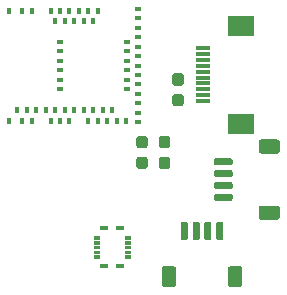
<source format=gbr>
G04 #@! TF.GenerationSoftware,KiCad,Pcbnew,(5.0.0-rc2-200-g1f6f76beb)*
G04 #@! TF.CreationDate,2020-02-24T22:29:36-05:00*
G04 #@! TF.ProjectId,watch-logic,77617463682D6C6F6769632E6B696361,rev?*
G04 #@! TF.SameCoordinates,Original*
G04 #@! TF.FileFunction,Paste,Bot*
G04 #@! TF.FilePolarity,Positive*
%FSLAX46Y46*%
G04 Gerber Fmt 4.6, Leading zero omitted, Abs format (unit mm)*
G04 Created by KiCad (PCBNEW (5.0.0-rc2-200-g1f6f76beb)) date Mon Feb 24 22:29:36 2020*
%MOMM*%
%LPD*%
G01*
G04 APERTURE LIST*
%ADD10C,0.010000*%
%ADD11C,0.100000*%
%ADD12C,0.950000*%
%ADD13C,1.200000*%
%ADD14C,0.600000*%
%ADD15R,2.200000X1.800000*%
%ADD16R,1.300000X0.300000*%
%ADD17R,0.655000X0.450000*%
%ADD18R,0.400000X0.600000*%
%ADD19R,0.600000X0.400000*%
G04 APERTURE END LIST*
D10*
G04 #@! TO.C,P1*
G36*
X174855000Y-133450078D02*
X174855000Y-133250000D01*
X174445860Y-133250000D01*
X174445860Y-133450078D01*
X174855000Y-133450078D01*
G37*
X174855000Y-133450078D02*
X174855000Y-133250000D01*
X174445860Y-133250000D01*
X174445860Y-133450078D01*
X174855000Y-133450078D01*
G36*
X174855000Y-133049541D02*
X174855000Y-132850000D01*
X174446670Y-132850000D01*
X174446670Y-133049541D01*
X174855000Y-133049541D01*
G37*
X174855000Y-133049541D02*
X174855000Y-132850000D01*
X174446670Y-132850000D01*
X174446670Y-133049541D01*
X174855000Y-133049541D01*
G36*
X174855000Y-133850103D02*
X174855000Y-133650000D01*
X174445230Y-133650000D01*
X174445230Y-133850103D01*
X174855000Y-133850103D01*
G37*
X174855000Y-133850103D02*
X174855000Y-133650000D01*
X174445230Y-133650000D01*
X174445230Y-133850103D01*
X174855000Y-133850103D01*
G36*
X174855000Y-134250100D02*
X174855000Y-134050000D01*
X174445120Y-134050000D01*
X174445120Y-134250100D01*
X174855000Y-134250100D01*
G37*
X174855000Y-134250100D02*
X174855000Y-134050000D01*
X174445120Y-134050000D01*
X174445120Y-134250100D01*
X174855000Y-134250100D01*
G36*
X174855000Y-132648706D02*
X174855000Y-132450000D01*
X174447010Y-132450000D01*
X174447010Y-132648706D01*
X174855000Y-132648706D01*
G37*
X174855000Y-132648706D02*
X174855000Y-132450000D01*
X174447010Y-132450000D01*
X174447010Y-132648706D01*
X174855000Y-132648706D01*
G36*
X172265000Y-133450100D02*
X172265000Y-133250000D01*
X171853520Y-133250000D01*
X171853520Y-133450100D01*
X172265000Y-133450100D01*
G37*
X172265000Y-133450100D02*
X172265000Y-133250000D01*
X171853520Y-133250000D01*
X171853520Y-133450100D01*
X172265000Y-133450100D01*
G36*
X172265000Y-133049850D02*
X172265000Y-132850000D01*
X171854250Y-132850000D01*
X171854250Y-133049850D01*
X172265000Y-133049850D01*
G37*
X172265000Y-133049850D02*
X172265000Y-132850000D01*
X171854250Y-132850000D01*
X171854250Y-133049850D01*
X172265000Y-133049850D01*
G36*
X172265000Y-133850606D02*
X172265000Y-133650000D01*
X171853180Y-133650000D01*
X171853180Y-133850606D01*
X172265000Y-133850606D01*
G37*
X172265000Y-133850606D02*
X172265000Y-133650000D01*
X171853180Y-133650000D01*
X171853180Y-133850606D01*
X172265000Y-133850606D01*
G36*
X172265000Y-134250094D02*
X172265000Y-134050000D01*
X171854840Y-134050000D01*
X171854840Y-134250094D01*
X172265000Y-134250094D01*
G37*
X172265000Y-134250094D02*
X172265000Y-134050000D01*
X171854840Y-134050000D01*
X171854840Y-134250094D01*
X172265000Y-134250094D01*
G36*
X172265000Y-132649106D02*
X172265000Y-132450000D01*
X171853090Y-132450000D01*
X171853090Y-132649106D01*
X172265000Y-132649106D01*
G37*
X172265000Y-132649106D02*
X172265000Y-132450000D01*
X171853090Y-132450000D01*
X171853090Y-132649106D01*
X172265000Y-132649106D01*
G04 #@! TD*
D11*
G04 #@! TO.C,C2*
G36*
X179203779Y-118630144D02*
X179226834Y-118633563D01*
X179249443Y-118639227D01*
X179271387Y-118647079D01*
X179292457Y-118657044D01*
X179312448Y-118669026D01*
X179331168Y-118682910D01*
X179348438Y-118698562D01*
X179364090Y-118715832D01*
X179377974Y-118734552D01*
X179389956Y-118754543D01*
X179399921Y-118775613D01*
X179407773Y-118797557D01*
X179413437Y-118820166D01*
X179416856Y-118843221D01*
X179418000Y-118866500D01*
X179418000Y-119441500D01*
X179416856Y-119464779D01*
X179413437Y-119487834D01*
X179407773Y-119510443D01*
X179399921Y-119532387D01*
X179389956Y-119553457D01*
X179377974Y-119573448D01*
X179364090Y-119592168D01*
X179348438Y-119609438D01*
X179331168Y-119625090D01*
X179312448Y-119638974D01*
X179292457Y-119650956D01*
X179271387Y-119660921D01*
X179249443Y-119668773D01*
X179226834Y-119674437D01*
X179203779Y-119677856D01*
X179180500Y-119679000D01*
X178705500Y-119679000D01*
X178682221Y-119677856D01*
X178659166Y-119674437D01*
X178636557Y-119668773D01*
X178614613Y-119660921D01*
X178593543Y-119650956D01*
X178573552Y-119638974D01*
X178554832Y-119625090D01*
X178537562Y-119609438D01*
X178521910Y-119592168D01*
X178508026Y-119573448D01*
X178496044Y-119553457D01*
X178486079Y-119532387D01*
X178478227Y-119510443D01*
X178472563Y-119487834D01*
X178469144Y-119464779D01*
X178468000Y-119441500D01*
X178468000Y-118866500D01*
X178469144Y-118843221D01*
X178472563Y-118820166D01*
X178478227Y-118797557D01*
X178486079Y-118775613D01*
X178496044Y-118754543D01*
X178508026Y-118734552D01*
X178521910Y-118715832D01*
X178537562Y-118698562D01*
X178554832Y-118682910D01*
X178573552Y-118669026D01*
X178593543Y-118657044D01*
X178614613Y-118647079D01*
X178636557Y-118639227D01*
X178659166Y-118633563D01*
X178682221Y-118630144D01*
X178705500Y-118629000D01*
X179180500Y-118629000D01*
X179203779Y-118630144D01*
X179203779Y-118630144D01*
G37*
D12*
X178943000Y-119154000D03*
D11*
G36*
X179203779Y-120380144D02*
X179226834Y-120383563D01*
X179249443Y-120389227D01*
X179271387Y-120397079D01*
X179292457Y-120407044D01*
X179312448Y-120419026D01*
X179331168Y-120432910D01*
X179348438Y-120448562D01*
X179364090Y-120465832D01*
X179377974Y-120484552D01*
X179389956Y-120504543D01*
X179399921Y-120525613D01*
X179407773Y-120547557D01*
X179413437Y-120570166D01*
X179416856Y-120593221D01*
X179418000Y-120616500D01*
X179418000Y-121191500D01*
X179416856Y-121214779D01*
X179413437Y-121237834D01*
X179407773Y-121260443D01*
X179399921Y-121282387D01*
X179389956Y-121303457D01*
X179377974Y-121323448D01*
X179364090Y-121342168D01*
X179348438Y-121359438D01*
X179331168Y-121375090D01*
X179312448Y-121388974D01*
X179292457Y-121400956D01*
X179271387Y-121410921D01*
X179249443Y-121418773D01*
X179226834Y-121424437D01*
X179203779Y-121427856D01*
X179180500Y-121429000D01*
X178705500Y-121429000D01*
X178682221Y-121427856D01*
X178659166Y-121424437D01*
X178636557Y-121418773D01*
X178614613Y-121410921D01*
X178593543Y-121400956D01*
X178573552Y-121388974D01*
X178554832Y-121375090D01*
X178537562Y-121359438D01*
X178521910Y-121342168D01*
X178508026Y-121323448D01*
X178496044Y-121303457D01*
X178486079Y-121282387D01*
X178478227Y-121260443D01*
X178472563Y-121237834D01*
X178469144Y-121214779D01*
X178468000Y-121191500D01*
X178468000Y-120616500D01*
X178469144Y-120593221D01*
X178472563Y-120570166D01*
X178478227Y-120547557D01*
X178486079Y-120525613D01*
X178496044Y-120504543D01*
X178508026Y-120484552D01*
X178521910Y-120465832D01*
X178537562Y-120448562D01*
X178554832Y-120432910D01*
X178573552Y-120419026D01*
X178593543Y-120407044D01*
X178614613Y-120397079D01*
X178636557Y-120389227D01*
X178659166Y-120383563D01*
X178682221Y-120380144D01*
X178705500Y-120379000D01*
X179180500Y-120379000D01*
X179203779Y-120380144D01*
X179203779Y-120380144D01*
G37*
D12*
X178943000Y-120904000D03*
G04 #@! TD*
D11*
G04 #@! TO.C,J1*
G36*
X187334505Y-129836204D02*
X187358773Y-129839804D01*
X187382572Y-129845765D01*
X187405671Y-129854030D01*
X187427850Y-129864520D01*
X187448893Y-129877132D01*
X187468599Y-129891747D01*
X187486777Y-129908223D01*
X187503253Y-129926401D01*
X187517868Y-129946107D01*
X187530480Y-129967150D01*
X187540970Y-129989329D01*
X187549235Y-130012428D01*
X187555196Y-130036227D01*
X187558796Y-130060495D01*
X187560000Y-130084999D01*
X187560000Y-130785001D01*
X187558796Y-130809505D01*
X187555196Y-130833773D01*
X187549235Y-130857572D01*
X187540970Y-130880671D01*
X187530480Y-130902850D01*
X187517868Y-130923893D01*
X187503253Y-130943599D01*
X187486777Y-130961777D01*
X187468599Y-130978253D01*
X187448893Y-130992868D01*
X187427850Y-131005480D01*
X187405671Y-131015970D01*
X187382572Y-131024235D01*
X187358773Y-131030196D01*
X187334505Y-131033796D01*
X187310001Y-131035000D01*
X186009999Y-131035000D01*
X185985495Y-131033796D01*
X185961227Y-131030196D01*
X185937428Y-131024235D01*
X185914329Y-131015970D01*
X185892150Y-131005480D01*
X185871107Y-130992868D01*
X185851401Y-130978253D01*
X185833223Y-130961777D01*
X185816747Y-130943599D01*
X185802132Y-130923893D01*
X185789520Y-130902850D01*
X185779030Y-130880671D01*
X185770765Y-130857572D01*
X185764804Y-130833773D01*
X185761204Y-130809505D01*
X185760000Y-130785001D01*
X185760000Y-130084999D01*
X185761204Y-130060495D01*
X185764804Y-130036227D01*
X185770765Y-130012428D01*
X185779030Y-129989329D01*
X185789520Y-129967150D01*
X185802132Y-129946107D01*
X185816747Y-129926401D01*
X185833223Y-129908223D01*
X185851401Y-129891747D01*
X185871107Y-129877132D01*
X185892150Y-129864520D01*
X185914329Y-129854030D01*
X185937428Y-129845765D01*
X185961227Y-129839804D01*
X185985495Y-129836204D01*
X186009999Y-129835000D01*
X187310001Y-129835000D01*
X187334505Y-129836204D01*
X187334505Y-129836204D01*
G37*
D13*
X186660000Y-130435000D03*
D11*
G36*
X187334505Y-124236204D02*
X187358773Y-124239804D01*
X187382572Y-124245765D01*
X187405671Y-124254030D01*
X187427850Y-124264520D01*
X187448893Y-124277132D01*
X187468599Y-124291747D01*
X187486777Y-124308223D01*
X187503253Y-124326401D01*
X187517868Y-124346107D01*
X187530480Y-124367150D01*
X187540970Y-124389329D01*
X187549235Y-124412428D01*
X187555196Y-124436227D01*
X187558796Y-124460495D01*
X187560000Y-124484999D01*
X187560000Y-125185001D01*
X187558796Y-125209505D01*
X187555196Y-125233773D01*
X187549235Y-125257572D01*
X187540970Y-125280671D01*
X187530480Y-125302850D01*
X187517868Y-125323893D01*
X187503253Y-125343599D01*
X187486777Y-125361777D01*
X187468599Y-125378253D01*
X187448893Y-125392868D01*
X187427850Y-125405480D01*
X187405671Y-125415970D01*
X187382572Y-125424235D01*
X187358773Y-125430196D01*
X187334505Y-125433796D01*
X187310001Y-125435000D01*
X186009999Y-125435000D01*
X185985495Y-125433796D01*
X185961227Y-125430196D01*
X185937428Y-125424235D01*
X185914329Y-125415970D01*
X185892150Y-125405480D01*
X185871107Y-125392868D01*
X185851401Y-125378253D01*
X185833223Y-125361777D01*
X185816747Y-125343599D01*
X185802132Y-125323893D01*
X185789520Y-125302850D01*
X185779030Y-125280671D01*
X185770765Y-125257572D01*
X185764804Y-125233773D01*
X185761204Y-125209505D01*
X185760000Y-125185001D01*
X185760000Y-124484999D01*
X185761204Y-124460495D01*
X185764804Y-124436227D01*
X185770765Y-124412428D01*
X185779030Y-124389329D01*
X185789520Y-124367150D01*
X185802132Y-124346107D01*
X185816747Y-124326401D01*
X185833223Y-124308223D01*
X185851401Y-124291747D01*
X185871107Y-124277132D01*
X185892150Y-124264520D01*
X185914329Y-124254030D01*
X185937428Y-124245765D01*
X185961227Y-124239804D01*
X185985495Y-124236204D01*
X186009999Y-124235000D01*
X187310001Y-124235000D01*
X187334505Y-124236204D01*
X187334505Y-124236204D01*
G37*
D13*
X186660000Y-124835000D03*
D11*
G36*
X183424703Y-128835722D02*
X183439264Y-128837882D01*
X183453543Y-128841459D01*
X183467403Y-128846418D01*
X183480710Y-128852712D01*
X183493336Y-128860280D01*
X183505159Y-128869048D01*
X183516066Y-128878934D01*
X183525952Y-128889841D01*
X183534720Y-128901664D01*
X183542288Y-128914290D01*
X183548582Y-128927597D01*
X183553541Y-128941457D01*
X183557118Y-128955736D01*
X183559278Y-128970297D01*
X183560000Y-128985000D01*
X183560000Y-129285000D01*
X183559278Y-129299703D01*
X183557118Y-129314264D01*
X183553541Y-129328543D01*
X183548582Y-129342403D01*
X183542288Y-129355710D01*
X183534720Y-129368336D01*
X183525952Y-129380159D01*
X183516066Y-129391066D01*
X183505159Y-129400952D01*
X183493336Y-129409720D01*
X183480710Y-129417288D01*
X183467403Y-129423582D01*
X183453543Y-129428541D01*
X183439264Y-129432118D01*
X183424703Y-129434278D01*
X183410000Y-129435000D01*
X182160000Y-129435000D01*
X182145297Y-129434278D01*
X182130736Y-129432118D01*
X182116457Y-129428541D01*
X182102597Y-129423582D01*
X182089290Y-129417288D01*
X182076664Y-129409720D01*
X182064841Y-129400952D01*
X182053934Y-129391066D01*
X182044048Y-129380159D01*
X182035280Y-129368336D01*
X182027712Y-129355710D01*
X182021418Y-129342403D01*
X182016459Y-129328543D01*
X182012882Y-129314264D01*
X182010722Y-129299703D01*
X182010000Y-129285000D01*
X182010000Y-128985000D01*
X182010722Y-128970297D01*
X182012882Y-128955736D01*
X182016459Y-128941457D01*
X182021418Y-128927597D01*
X182027712Y-128914290D01*
X182035280Y-128901664D01*
X182044048Y-128889841D01*
X182053934Y-128878934D01*
X182064841Y-128869048D01*
X182076664Y-128860280D01*
X182089290Y-128852712D01*
X182102597Y-128846418D01*
X182116457Y-128841459D01*
X182130736Y-128837882D01*
X182145297Y-128835722D01*
X182160000Y-128835000D01*
X183410000Y-128835000D01*
X183424703Y-128835722D01*
X183424703Y-128835722D01*
G37*
D14*
X182785000Y-129135000D03*
D11*
G36*
X183424703Y-127835722D02*
X183439264Y-127837882D01*
X183453543Y-127841459D01*
X183467403Y-127846418D01*
X183480710Y-127852712D01*
X183493336Y-127860280D01*
X183505159Y-127869048D01*
X183516066Y-127878934D01*
X183525952Y-127889841D01*
X183534720Y-127901664D01*
X183542288Y-127914290D01*
X183548582Y-127927597D01*
X183553541Y-127941457D01*
X183557118Y-127955736D01*
X183559278Y-127970297D01*
X183560000Y-127985000D01*
X183560000Y-128285000D01*
X183559278Y-128299703D01*
X183557118Y-128314264D01*
X183553541Y-128328543D01*
X183548582Y-128342403D01*
X183542288Y-128355710D01*
X183534720Y-128368336D01*
X183525952Y-128380159D01*
X183516066Y-128391066D01*
X183505159Y-128400952D01*
X183493336Y-128409720D01*
X183480710Y-128417288D01*
X183467403Y-128423582D01*
X183453543Y-128428541D01*
X183439264Y-128432118D01*
X183424703Y-128434278D01*
X183410000Y-128435000D01*
X182160000Y-128435000D01*
X182145297Y-128434278D01*
X182130736Y-128432118D01*
X182116457Y-128428541D01*
X182102597Y-128423582D01*
X182089290Y-128417288D01*
X182076664Y-128409720D01*
X182064841Y-128400952D01*
X182053934Y-128391066D01*
X182044048Y-128380159D01*
X182035280Y-128368336D01*
X182027712Y-128355710D01*
X182021418Y-128342403D01*
X182016459Y-128328543D01*
X182012882Y-128314264D01*
X182010722Y-128299703D01*
X182010000Y-128285000D01*
X182010000Y-127985000D01*
X182010722Y-127970297D01*
X182012882Y-127955736D01*
X182016459Y-127941457D01*
X182021418Y-127927597D01*
X182027712Y-127914290D01*
X182035280Y-127901664D01*
X182044048Y-127889841D01*
X182053934Y-127878934D01*
X182064841Y-127869048D01*
X182076664Y-127860280D01*
X182089290Y-127852712D01*
X182102597Y-127846418D01*
X182116457Y-127841459D01*
X182130736Y-127837882D01*
X182145297Y-127835722D01*
X182160000Y-127835000D01*
X183410000Y-127835000D01*
X183424703Y-127835722D01*
X183424703Y-127835722D01*
G37*
D14*
X182785000Y-128135000D03*
D11*
G36*
X183424703Y-126835722D02*
X183439264Y-126837882D01*
X183453543Y-126841459D01*
X183467403Y-126846418D01*
X183480710Y-126852712D01*
X183493336Y-126860280D01*
X183505159Y-126869048D01*
X183516066Y-126878934D01*
X183525952Y-126889841D01*
X183534720Y-126901664D01*
X183542288Y-126914290D01*
X183548582Y-126927597D01*
X183553541Y-126941457D01*
X183557118Y-126955736D01*
X183559278Y-126970297D01*
X183560000Y-126985000D01*
X183560000Y-127285000D01*
X183559278Y-127299703D01*
X183557118Y-127314264D01*
X183553541Y-127328543D01*
X183548582Y-127342403D01*
X183542288Y-127355710D01*
X183534720Y-127368336D01*
X183525952Y-127380159D01*
X183516066Y-127391066D01*
X183505159Y-127400952D01*
X183493336Y-127409720D01*
X183480710Y-127417288D01*
X183467403Y-127423582D01*
X183453543Y-127428541D01*
X183439264Y-127432118D01*
X183424703Y-127434278D01*
X183410000Y-127435000D01*
X182160000Y-127435000D01*
X182145297Y-127434278D01*
X182130736Y-127432118D01*
X182116457Y-127428541D01*
X182102597Y-127423582D01*
X182089290Y-127417288D01*
X182076664Y-127409720D01*
X182064841Y-127400952D01*
X182053934Y-127391066D01*
X182044048Y-127380159D01*
X182035280Y-127368336D01*
X182027712Y-127355710D01*
X182021418Y-127342403D01*
X182016459Y-127328543D01*
X182012882Y-127314264D01*
X182010722Y-127299703D01*
X182010000Y-127285000D01*
X182010000Y-126985000D01*
X182010722Y-126970297D01*
X182012882Y-126955736D01*
X182016459Y-126941457D01*
X182021418Y-126927597D01*
X182027712Y-126914290D01*
X182035280Y-126901664D01*
X182044048Y-126889841D01*
X182053934Y-126878934D01*
X182064841Y-126869048D01*
X182076664Y-126860280D01*
X182089290Y-126852712D01*
X182102597Y-126846418D01*
X182116457Y-126841459D01*
X182130736Y-126837882D01*
X182145297Y-126835722D01*
X182160000Y-126835000D01*
X183410000Y-126835000D01*
X183424703Y-126835722D01*
X183424703Y-126835722D01*
G37*
D14*
X182785000Y-127135000D03*
D11*
G36*
X183424703Y-125835722D02*
X183439264Y-125837882D01*
X183453543Y-125841459D01*
X183467403Y-125846418D01*
X183480710Y-125852712D01*
X183493336Y-125860280D01*
X183505159Y-125869048D01*
X183516066Y-125878934D01*
X183525952Y-125889841D01*
X183534720Y-125901664D01*
X183542288Y-125914290D01*
X183548582Y-125927597D01*
X183553541Y-125941457D01*
X183557118Y-125955736D01*
X183559278Y-125970297D01*
X183560000Y-125985000D01*
X183560000Y-126285000D01*
X183559278Y-126299703D01*
X183557118Y-126314264D01*
X183553541Y-126328543D01*
X183548582Y-126342403D01*
X183542288Y-126355710D01*
X183534720Y-126368336D01*
X183525952Y-126380159D01*
X183516066Y-126391066D01*
X183505159Y-126400952D01*
X183493336Y-126409720D01*
X183480710Y-126417288D01*
X183467403Y-126423582D01*
X183453543Y-126428541D01*
X183439264Y-126432118D01*
X183424703Y-126434278D01*
X183410000Y-126435000D01*
X182160000Y-126435000D01*
X182145297Y-126434278D01*
X182130736Y-126432118D01*
X182116457Y-126428541D01*
X182102597Y-126423582D01*
X182089290Y-126417288D01*
X182076664Y-126409720D01*
X182064841Y-126400952D01*
X182053934Y-126391066D01*
X182044048Y-126380159D01*
X182035280Y-126368336D01*
X182027712Y-126355710D01*
X182021418Y-126342403D01*
X182016459Y-126328543D01*
X182012882Y-126314264D01*
X182010722Y-126299703D01*
X182010000Y-126285000D01*
X182010000Y-125985000D01*
X182010722Y-125970297D01*
X182012882Y-125955736D01*
X182016459Y-125941457D01*
X182021418Y-125927597D01*
X182027712Y-125914290D01*
X182035280Y-125901664D01*
X182044048Y-125889841D01*
X182053934Y-125878934D01*
X182064841Y-125869048D01*
X182076664Y-125860280D01*
X182089290Y-125852712D01*
X182102597Y-125846418D01*
X182116457Y-125841459D01*
X182130736Y-125837882D01*
X182145297Y-125835722D01*
X182160000Y-125835000D01*
X183410000Y-125835000D01*
X183424703Y-125835722D01*
X183424703Y-125835722D01*
G37*
D14*
X182785000Y-126135000D03*
G04 #@! TD*
D11*
G04 #@! TO.C,J2*
G36*
X182639703Y-131210722D02*
X182654264Y-131212882D01*
X182668543Y-131216459D01*
X182682403Y-131221418D01*
X182695710Y-131227712D01*
X182708336Y-131235280D01*
X182720159Y-131244048D01*
X182731066Y-131253934D01*
X182740952Y-131264841D01*
X182749720Y-131276664D01*
X182757288Y-131289290D01*
X182763582Y-131302597D01*
X182768541Y-131316457D01*
X182772118Y-131330736D01*
X182774278Y-131345297D01*
X182775000Y-131360000D01*
X182775000Y-132610000D01*
X182774278Y-132624703D01*
X182772118Y-132639264D01*
X182768541Y-132653543D01*
X182763582Y-132667403D01*
X182757288Y-132680710D01*
X182749720Y-132693336D01*
X182740952Y-132705159D01*
X182731066Y-132716066D01*
X182720159Y-132725952D01*
X182708336Y-132734720D01*
X182695710Y-132742288D01*
X182682403Y-132748582D01*
X182668543Y-132753541D01*
X182654264Y-132757118D01*
X182639703Y-132759278D01*
X182625000Y-132760000D01*
X182325000Y-132760000D01*
X182310297Y-132759278D01*
X182295736Y-132757118D01*
X182281457Y-132753541D01*
X182267597Y-132748582D01*
X182254290Y-132742288D01*
X182241664Y-132734720D01*
X182229841Y-132725952D01*
X182218934Y-132716066D01*
X182209048Y-132705159D01*
X182200280Y-132693336D01*
X182192712Y-132680710D01*
X182186418Y-132667403D01*
X182181459Y-132653543D01*
X182177882Y-132639264D01*
X182175722Y-132624703D01*
X182175000Y-132610000D01*
X182175000Y-131360000D01*
X182175722Y-131345297D01*
X182177882Y-131330736D01*
X182181459Y-131316457D01*
X182186418Y-131302597D01*
X182192712Y-131289290D01*
X182200280Y-131276664D01*
X182209048Y-131264841D01*
X182218934Y-131253934D01*
X182229841Y-131244048D01*
X182241664Y-131235280D01*
X182254290Y-131227712D01*
X182267597Y-131221418D01*
X182281457Y-131216459D01*
X182295736Y-131212882D01*
X182310297Y-131210722D01*
X182325000Y-131210000D01*
X182625000Y-131210000D01*
X182639703Y-131210722D01*
X182639703Y-131210722D01*
G37*
D14*
X182475000Y-131985000D03*
D11*
G36*
X181639703Y-131210722D02*
X181654264Y-131212882D01*
X181668543Y-131216459D01*
X181682403Y-131221418D01*
X181695710Y-131227712D01*
X181708336Y-131235280D01*
X181720159Y-131244048D01*
X181731066Y-131253934D01*
X181740952Y-131264841D01*
X181749720Y-131276664D01*
X181757288Y-131289290D01*
X181763582Y-131302597D01*
X181768541Y-131316457D01*
X181772118Y-131330736D01*
X181774278Y-131345297D01*
X181775000Y-131360000D01*
X181775000Y-132610000D01*
X181774278Y-132624703D01*
X181772118Y-132639264D01*
X181768541Y-132653543D01*
X181763582Y-132667403D01*
X181757288Y-132680710D01*
X181749720Y-132693336D01*
X181740952Y-132705159D01*
X181731066Y-132716066D01*
X181720159Y-132725952D01*
X181708336Y-132734720D01*
X181695710Y-132742288D01*
X181682403Y-132748582D01*
X181668543Y-132753541D01*
X181654264Y-132757118D01*
X181639703Y-132759278D01*
X181625000Y-132760000D01*
X181325000Y-132760000D01*
X181310297Y-132759278D01*
X181295736Y-132757118D01*
X181281457Y-132753541D01*
X181267597Y-132748582D01*
X181254290Y-132742288D01*
X181241664Y-132734720D01*
X181229841Y-132725952D01*
X181218934Y-132716066D01*
X181209048Y-132705159D01*
X181200280Y-132693336D01*
X181192712Y-132680710D01*
X181186418Y-132667403D01*
X181181459Y-132653543D01*
X181177882Y-132639264D01*
X181175722Y-132624703D01*
X181175000Y-132610000D01*
X181175000Y-131360000D01*
X181175722Y-131345297D01*
X181177882Y-131330736D01*
X181181459Y-131316457D01*
X181186418Y-131302597D01*
X181192712Y-131289290D01*
X181200280Y-131276664D01*
X181209048Y-131264841D01*
X181218934Y-131253934D01*
X181229841Y-131244048D01*
X181241664Y-131235280D01*
X181254290Y-131227712D01*
X181267597Y-131221418D01*
X181281457Y-131216459D01*
X181295736Y-131212882D01*
X181310297Y-131210722D01*
X181325000Y-131210000D01*
X181625000Y-131210000D01*
X181639703Y-131210722D01*
X181639703Y-131210722D01*
G37*
D14*
X181475000Y-131985000D03*
D11*
G36*
X180639703Y-131210722D02*
X180654264Y-131212882D01*
X180668543Y-131216459D01*
X180682403Y-131221418D01*
X180695710Y-131227712D01*
X180708336Y-131235280D01*
X180720159Y-131244048D01*
X180731066Y-131253934D01*
X180740952Y-131264841D01*
X180749720Y-131276664D01*
X180757288Y-131289290D01*
X180763582Y-131302597D01*
X180768541Y-131316457D01*
X180772118Y-131330736D01*
X180774278Y-131345297D01*
X180775000Y-131360000D01*
X180775000Y-132610000D01*
X180774278Y-132624703D01*
X180772118Y-132639264D01*
X180768541Y-132653543D01*
X180763582Y-132667403D01*
X180757288Y-132680710D01*
X180749720Y-132693336D01*
X180740952Y-132705159D01*
X180731066Y-132716066D01*
X180720159Y-132725952D01*
X180708336Y-132734720D01*
X180695710Y-132742288D01*
X180682403Y-132748582D01*
X180668543Y-132753541D01*
X180654264Y-132757118D01*
X180639703Y-132759278D01*
X180625000Y-132760000D01*
X180325000Y-132760000D01*
X180310297Y-132759278D01*
X180295736Y-132757118D01*
X180281457Y-132753541D01*
X180267597Y-132748582D01*
X180254290Y-132742288D01*
X180241664Y-132734720D01*
X180229841Y-132725952D01*
X180218934Y-132716066D01*
X180209048Y-132705159D01*
X180200280Y-132693336D01*
X180192712Y-132680710D01*
X180186418Y-132667403D01*
X180181459Y-132653543D01*
X180177882Y-132639264D01*
X180175722Y-132624703D01*
X180175000Y-132610000D01*
X180175000Y-131360000D01*
X180175722Y-131345297D01*
X180177882Y-131330736D01*
X180181459Y-131316457D01*
X180186418Y-131302597D01*
X180192712Y-131289290D01*
X180200280Y-131276664D01*
X180209048Y-131264841D01*
X180218934Y-131253934D01*
X180229841Y-131244048D01*
X180241664Y-131235280D01*
X180254290Y-131227712D01*
X180267597Y-131221418D01*
X180281457Y-131216459D01*
X180295736Y-131212882D01*
X180310297Y-131210722D01*
X180325000Y-131210000D01*
X180625000Y-131210000D01*
X180639703Y-131210722D01*
X180639703Y-131210722D01*
G37*
D14*
X180475000Y-131985000D03*
D11*
G36*
X179639703Y-131210722D02*
X179654264Y-131212882D01*
X179668543Y-131216459D01*
X179682403Y-131221418D01*
X179695710Y-131227712D01*
X179708336Y-131235280D01*
X179720159Y-131244048D01*
X179731066Y-131253934D01*
X179740952Y-131264841D01*
X179749720Y-131276664D01*
X179757288Y-131289290D01*
X179763582Y-131302597D01*
X179768541Y-131316457D01*
X179772118Y-131330736D01*
X179774278Y-131345297D01*
X179775000Y-131360000D01*
X179775000Y-132610000D01*
X179774278Y-132624703D01*
X179772118Y-132639264D01*
X179768541Y-132653543D01*
X179763582Y-132667403D01*
X179757288Y-132680710D01*
X179749720Y-132693336D01*
X179740952Y-132705159D01*
X179731066Y-132716066D01*
X179720159Y-132725952D01*
X179708336Y-132734720D01*
X179695710Y-132742288D01*
X179682403Y-132748582D01*
X179668543Y-132753541D01*
X179654264Y-132757118D01*
X179639703Y-132759278D01*
X179625000Y-132760000D01*
X179325000Y-132760000D01*
X179310297Y-132759278D01*
X179295736Y-132757118D01*
X179281457Y-132753541D01*
X179267597Y-132748582D01*
X179254290Y-132742288D01*
X179241664Y-132734720D01*
X179229841Y-132725952D01*
X179218934Y-132716066D01*
X179209048Y-132705159D01*
X179200280Y-132693336D01*
X179192712Y-132680710D01*
X179186418Y-132667403D01*
X179181459Y-132653543D01*
X179177882Y-132639264D01*
X179175722Y-132624703D01*
X179175000Y-132610000D01*
X179175000Y-131360000D01*
X179175722Y-131345297D01*
X179177882Y-131330736D01*
X179181459Y-131316457D01*
X179186418Y-131302597D01*
X179192712Y-131289290D01*
X179200280Y-131276664D01*
X179209048Y-131264841D01*
X179218934Y-131253934D01*
X179229841Y-131244048D01*
X179241664Y-131235280D01*
X179254290Y-131227712D01*
X179267597Y-131221418D01*
X179281457Y-131216459D01*
X179295736Y-131212882D01*
X179310297Y-131210722D01*
X179325000Y-131210000D01*
X179625000Y-131210000D01*
X179639703Y-131210722D01*
X179639703Y-131210722D01*
G37*
D14*
X179475000Y-131985000D03*
D11*
G36*
X184149505Y-134961204D02*
X184173773Y-134964804D01*
X184197572Y-134970765D01*
X184220671Y-134979030D01*
X184242850Y-134989520D01*
X184263893Y-135002132D01*
X184283599Y-135016747D01*
X184301777Y-135033223D01*
X184318253Y-135051401D01*
X184332868Y-135071107D01*
X184345480Y-135092150D01*
X184355970Y-135114329D01*
X184364235Y-135137428D01*
X184370196Y-135161227D01*
X184373796Y-135185495D01*
X184375000Y-135209999D01*
X184375000Y-136510001D01*
X184373796Y-136534505D01*
X184370196Y-136558773D01*
X184364235Y-136582572D01*
X184355970Y-136605671D01*
X184345480Y-136627850D01*
X184332868Y-136648893D01*
X184318253Y-136668599D01*
X184301777Y-136686777D01*
X184283599Y-136703253D01*
X184263893Y-136717868D01*
X184242850Y-136730480D01*
X184220671Y-136740970D01*
X184197572Y-136749235D01*
X184173773Y-136755196D01*
X184149505Y-136758796D01*
X184125001Y-136760000D01*
X183424999Y-136760000D01*
X183400495Y-136758796D01*
X183376227Y-136755196D01*
X183352428Y-136749235D01*
X183329329Y-136740970D01*
X183307150Y-136730480D01*
X183286107Y-136717868D01*
X183266401Y-136703253D01*
X183248223Y-136686777D01*
X183231747Y-136668599D01*
X183217132Y-136648893D01*
X183204520Y-136627850D01*
X183194030Y-136605671D01*
X183185765Y-136582572D01*
X183179804Y-136558773D01*
X183176204Y-136534505D01*
X183175000Y-136510001D01*
X183175000Y-135209999D01*
X183176204Y-135185495D01*
X183179804Y-135161227D01*
X183185765Y-135137428D01*
X183194030Y-135114329D01*
X183204520Y-135092150D01*
X183217132Y-135071107D01*
X183231747Y-135051401D01*
X183248223Y-135033223D01*
X183266401Y-135016747D01*
X183286107Y-135002132D01*
X183307150Y-134989520D01*
X183329329Y-134979030D01*
X183352428Y-134970765D01*
X183376227Y-134964804D01*
X183400495Y-134961204D01*
X183424999Y-134960000D01*
X184125001Y-134960000D01*
X184149505Y-134961204D01*
X184149505Y-134961204D01*
G37*
D13*
X183775000Y-135860000D03*
D11*
G36*
X178549505Y-134961204D02*
X178573773Y-134964804D01*
X178597572Y-134970765D01*
X178620671Y-134979030D01*
X178642850Y-134989520D01*
X178663893Y-135002132D01*
X178683599Y-135016747D01*
X178701777Y-135033223D01*
X178718253Y-135051401D01*
X178732868Y-135071107D01*
X178745480Y-135092150D01*
X178755970Y-135114329D01*
X178764235Y-135137428D01*
X178770196Y-135161227D01*
X178773796Y-135185495D01*
X178775000Y-135209999D01*
X178775000Y-136510001D01*
X178773796Y-136534505D01*
X178770196Y-136558773D01*
X178764235Y-136582572D01*
X178755970Y-136605671D01*
X178745480Y-136627850D01*
X178732868Y-136648893D01*
X178718253Y-136668599D01*
X178701777Y-136686777D01*
X178683599Y-136703253D01*
X178663893Y-136717868D01*
X178642850Y-136730480D01*
X178620671Y-136740970D01*
X178597572Y-136749235D01*
X178573773Y-136755196D01*
X178549505Y-136758796D01*
X178525001Y-136760000D01*
X177824999Y-136760000D01*
X177800495Y-136758796D01*
X177776227Y-136755196D01*
X177752428Y-136749235D01*
X177729329Y-136740970D01*
X177707150Y-136730480D01*
X177686107Y-136717868D01*
X177666401Y-136703253D01*
X177648223Y-136686777D01*
X177631747Y-136668599D01*
X177617132Y-136648893D01*
X177604520Y-136627850D01*
X177594030Y-136605671D01*
X177585765Y-136582572D01*
X177579804Y-136558773D01*
X177576204Y-136534505D01*
X177575000Y-136510001D01*
X177575000Y-135209999D01*
X177576204Y-135185495D01*
X177579804Y-135161227D01*
X177585765Y-135137428D01*
X177594030Y-135114329D01*
X177604520Y-135092150D01*
X177617132Y-135071107D01*
X177631747Y-135051401D01*
X177648223Y-135033223D01*
X177666401Y-135016747D01*
X177686107Y-135002132D01*
X177707150Y-134989520D01*
X177729329Y-134979030D01*
X177752428Y-134970765D01*
X177776227Y-134964804D01*
X177800495Y-134961204D01*
X177824999Y-134960000D01*
X178525001Y-134960000D01*
X178549505Y-134961204D01*
X178549505Y-134961204D01*
G37*
D13*
X178175000Y-135860000D03*
G04 #@! TD*
D15*
G04 #@! TO.C,J4*
X184280000Y-122895000D03*
X184280000Y-114595000D03*
D16*
X181030000Y-116495000D03*
X181030000Y-116995000D03*
X181030000Y-117495000D03*
X181030000Y-117995000D03*
X181030000Y-118495000D03*
X181030000Y-118995000D03*
X181030000Y-119495000D03*
X181030000Y-119995000D03*
X181030000Y-120495000D03*
X181030000Y-120995000D03*
G04 #@! TD*
D17*
G04 #@! TO.C,P1*
X174057500Y-134950000D03*
X172652500Y-134950000D03*
X172652500Y-131750000D03*
X174057500Y-131750000D03*
G04 #@! TD*
D11*
G04 #@! TO.C,R1*
G36*
X178060779Y-125686144D02*
X178083834Y-125689563D01*
X178106443Y-125695227D01*
X178128387Y-125703079D01*
X178149457Y-125713044D01*
X178169448Y-125725026D01*
X178188168Y-125738910D01*
X178205438Y-125754562D01*
X178221090Y-125771832D01*
X178234974Y-125790552D01*
X178246956Y-125810543D01*
X178256921Y-125831613D01*
X178264773Y-125853557D01*
X178270437Y-125876166D01*
X178273856Y-125899221D01*
X178275000Y-125922500D01*
X178275000Y-126497500D01*
X178273856Y-126520779D01*
X178270437Y-126543834D01*
X178264773Y-126566443D01*
X178256921Y-126588387D01*
X178246956Y-126609457D01*
X178234974Y-126629448D01*
X178221090Y-126648168D01*
X178205438Y-126665438D01*
X178188168Y-126681090D01*
X178169448Y-126694974D01*
X178149457Y-126706956D01*
X178128387Y-126716921D01*
X178106443Y-126724773D01*
X178083834Y-126730437D01*
X178060779Y-126733856D01*
X178037500Y-126735000D01*
X177562500Y-126735000D01*
X177539221Y-126733856D01*
X177516166Y-126730437D01*
X177493557Y-126724773D01*
X177471613Y-126716921D01*
X177450543Y-126706956D01*
X177430552Y-126694974D01*
X177411832Y-126681090D01*
X177394562Y-126665438D01*
X177378910Y-126648168D01*
X177365026Y-126629448D01*
X177353044Y-126609457D01*
X177343079Y-126588387D01*
X177335227Y-126566443D01*
X177329563Y-126543834D01*
X177326144Y-126520779D01*
X177325000Y-126497500D01*
X177325000Y-125922500D01*
X177326144Y-125899221D01*
X177329563Y-125876166D01*
X177335227Y-125853557D01*
X177343079Y-125831613D01*
X177353044Y-125810543D01*
X177365026Y-125790552D01*
X177378910Y-125771832D01*
X177394562Y-125754562D01*
X177411832Y-125738910D01*
X177430552Y-125725026D01*
X177450543Y-125713044D01*
X177471613Y-125703079D01*
X177493557Y-125695227D01*
X177516166Y-125689563D01*
X177539221Y-125686144D01*
X177562500Y-125685000D01*
X178037500Y-125685000D01*
X178060779Y-125686144D01*
X178060779Y-125686144D01*
G37*
D12*
X177800000Y-126210000D03*
D11*
G36*
X178060779Y-123936144D02*
X178083834Y-123939563D01*
X178106443Y-123945227D01*
X178128387Y-123953079D01*
X178149457Y-123963044D01*
X178169448Y-123975026D01*
X178188168Y-123988910D01*
X178205438Y-124004562D01*
X178221090Y-124021832D01*
X178234974Y-124040552D01*
X178246956Y-124060543D01*
X178256921Y-124081613D01*
X178264773Y-124103557D01*
X178270437Y-124126166D01*
X178273856Y-124149221D01*
X178275000Y-124172500D01*
X178275000Y-124747500D01*
X178273856Y-124770779D01*
X178270437Y-124793834D01*
X178264773Y-124816443D01*
X178256921Y-124838387D01*
X178246956Y-124859457D01*
X178234974Y-124879448D01*
X178221090Y-124898168D01*
X178205438Y-124915438D01*
X178188168Y-124931090D01*
X178169448Y-124944974D01*
X178149457Y-124956956D01*
X178128387Y-124966921D01*
X178106443Y-124974773D01*
X178083834Y-124980437D01*
X178060779Y-124983856D01*
X178037500Y-124985000D01*
X177562500Y-124985000D01*
X177539221Y-124983856D01*
X177516166Y-124980437D01*
X177493557Y-124974773D01*
X177471613Y-124966921D01*
X177450543Y-124956956D01*
X177430552Y-124944974D01*
X177411832Y-124931090D01*
X177394562Y-124915438D01*
X177378910Y-124898168D01*
X177365026Y-124879448D01*
X177353044Y-124859457D01*
X177343079Y-124838387D01*
X177335227Y-124816443D01*
X177329563Y-124793834D01*
X177326144Y-124770779D01*
X177325000Y-124747500D01*
X177325000Y-124172500D01*
X177326144Y-124149221D01*
X177329563Y-124126166D01*
X177335227Y-124103557D01*
X177343079Y-124081613D01*
X177353044Y-124060543D01*
X177365026Y-124040552D01*
X177378910Y-124021832D01*
X177394562Y-124004562D01*
X177411832Y-123988910D01*
X177430552Y-123975026D01*
X177450543Y-123963044D01*
X177471613Y-123953079D01*
X177493557Y-123945227D01*
X177516166Y-123939563D01*
X177539221Y-123936144D01*
X177562500Y-123935000D01*
X178037500Y-123935000D01*
X178060779Y-123936144D01*
X178060779Y-123936144D01*
G37*
D12*
X177800000Y-124460000D03*
G04 #@! TD*
D11*
G04 #@! TO.C,R2*
G36*
X176155779Y-123936144D02*
X176178834Y-123939563D01*
X176201443Y-123945227D01*
X176223387Y-123953079D01*
X176244457Y-123963044D01*
X176264448Y-123975026D01*
X176283168Y-123988910D01*
X176300438Y-124004562D01*
X176316090Y-124021832D01*
X176329974Y-124040552D01*
X176341956Y-124060543D01*
X176351921Y-124081613D01*
X176359773Y-124103557D01*
X176365437Y-124126166D01*
X176368856Y-124149221D01*
X176370000Y-124172500D01*
X176370000Y-124747500D01*
X176368856Y-124770779D01*
X176365437Y-124793834D01*
X176359773Y-124816443D01*
X176351921Y-124838387D01*
X176341956Y-124859457D01*
X176329974Y-124879448D01*
X176316090Y-124898168D01*
X176300438Y-124915438D01*
X176283168Y-124931090D01*
X176264448Y-124944974D01*
X176244457Y-124956956D01*
X176223387Y-124966921D01*
X176201443Y-124974773D01*
X176178834Y-124980437D01*
X176155779Y-124983856D01*
X176132500Y-124985000D01*
X175657500Y-124985000D01*
X175634221Y-124983856D01*
X175611166Y-124980437D01*
X175588557Y-124974773D01*
X175566613Y-124966921D01*
X175545543Y-124956956D01*
X175525552Y-124944974D01*
X175506832Y-124931090D01*
X175489562Y-124915438D01*
X175473910Y-124898168D01*
X175460026Y-124879448D01*
X175448044Y-124859457D01*
X175438079Y-124838387D01*
X175430227Y-124816443D01*
X175424563Y-124793834D01*
X175421144Y-124770779D01*
X175420000Y-124747500D01*
X175420000Y-124172500D01*
X175421144Y-124149221D01*
X175424563Y-124126166D01*
X175430227Y-124103557D01*
X175438079Y-124081613D01*
X175448044Y-124060543D01*
X175460026Y-124040552D01*
X175473910Y-124021832D01*
X175489562Y-124004562D01*
X175506832Y-123988910D01*
X175525552Y-123975026D01*
X175545543Y-123963044D01*
X175566613Y-123953079D01*
X175588557Y-123945227D01*
X175611166Y-123939563D01*
X175634221Y-123936144D01*
X175657500Y-123935000D01*
X176132500Y-123935000D01*
X176155779Y-123936144D01*
X176155779Y-123936144D01*
G37*
D12*
X175895000Y-124460000D03*
D11*
G36*
X176155779Y-125686144D02*
X176178834Y-125689563D01*
X176201443Y-125695227D01*
X176223387Y-125703079D01*
X176244457Y-125713044D01*
X176264448Y-125725026D01*
X176283168Y-125738910D01*
X176300438Y-125754562D01*
X176316090Y-125771832D01*
X176329974Y-125790552D01*
X176341956Y-125810543D01*
X176351921Y-125831613D01*
X176359773Y-125853557D01*
X176365437Y-125876166D01*
X176368856Y-125899221D01*
X176370000Y-125922500D01*
X176370000Y-126497500D01*
X176368856Y-126520779D01*
X176365437Y-126543834D01*
X176359773Y-126566443D01*
X176351921Y-126588387D01*
X176341956Y-126609457D01*
X176329974Y-126629448D01*
X176316090Y-126648168D01*
X176300438Y-126665438D01*
X176283168Y-126681090D01*
X176264448Y-126694974D01*
X176244457Y-126706956D01*
X176223387Y-126716921D01*
X176201443Y-126724773D01*
X176178834Y-126730437D01*
X176155779Y-126733856D01*
X176132500Y-126735000D01*
X175657500Y-126735000D01*
X175634221Y-126733856D01*
X175611166Y-126730437D01*
X175588557Y-126724773D01*
X175566613Y-126716921D01*
X175545543Y-126706956D01*
X175525552Y-126694974D01*
X175506832Y-126681090D01*
X175489562Y-126665438D01*
X175473910Y-126648168D01*
X175460026Y-126629448D01*
X175448044Y-126609457D01*
X175438079Y-126588387D01*
X175430227Y-126566443D01*
X175424563Y-126543834D01*
X175421144Y-126520779D01*
X175420000Y-126497500D01*
X175420000Y-125922500D01*
X175421144Y-125899221D01*
X175424563Y-125876166D01*
X175430227Y-125853557D01*
X175438079Y-125831613D01*
X175448044Y-125810543D01*
X175460026Y-125790552D01*
X175473910Y-125771832D01*
X175489562Y-125754562D01*
X175506832Y-125738910D01*
X175525552Y-125725026D01*
X175545543Y-125713044D01*
X175566613Y-125703079D01*
X175588557Y-125695227D01*
X175611166Y-125689563D01*
X175634221Y-125686144D01*
X175657500Y-125685000D01*
X176132500Y-125685000D01*
X176155779Y-125686144D01*
X176155779Y-125686144D01*
G37*
D12*
X175895000Y-126210000D03*
G04 #@! TD*
D18*
G04 #@! TO.C,IC1*
X164652000Y-113333000D03*
X165752000Y-113333000D03*
X166552000Y-113333000D03*
X168152000Y-113333000D03*
X168552000Y-114233000D03*
X168952000Y-113333000D03*
X169352000Y-114233000D03*
X169752000Y-113333000D03*
X170152000Y-114233000D03*
X170552000Y-113333000D03*
X170952000Y-114233000D03*
X171352000Y-113333000D03*
X171752000Y-114233000D03*
X172152000Y-113333000D03*
D19*
X175552000Y-113183000D03*
X175552000Y-113983000D03*
X175552000Y-114783000D03*
X175552000Y-115583000D03*
X174652000Y-115983000D03*
X175552000Y-116383000D03*
X174652000Y-116783000D03*
X175552000Y-117183000D03*
X174652000Y-117583000D03*
X175552000Y-117983000D03*
X174652000Y-118383000D03*
X175552000Y-118783000D03*
X174652000Y-119183000D03*
X175552000Y-119583000D03*
X174652000Y-119983000D03*
X175552000Y-120383000D03*
X175552000Y-121183000D03*
X175552000Y-121983000D03*
X175552000Y-122783000D03*
D18*
X174552000Y-122633000D03*
X173752000Y-122633000D03*
X173352000Y-121733000D03*
X172952000Y-122633000D03*
X172552000Y-121733000D03*
X172152000Y-122633000D03*
X171752000Y-121733000D03*
X171352000Y-122633000D03*
X170952000Y-121733000D03*
X170152000Y-121733000D03*
X169752000Y-122633000D03*
X169352000Y-121733000D03*
X168952000Y-122633000D03*
X168552000Y-121733000D03*
X168152000Y-122633000D03*
X167752000Y-121733000D03*
X166952000Y-121733000D03*
X166552000Y-122633000D03*
X166152000Y-121733000D03*
X165752000Y-122633000D03*
X165352000Y-121733000D03*
X164652000Y-122633000D03*
D19*
X168952000Y-115983000D03*
X168952000Y-116783000D03*
X168952000Y-117583000D03*
X168952000Y-118383000D03*
X168952000Y-119183000D03*
X168952000Y-119983000D03*
G04 #@! TD*
M02*

</source>
